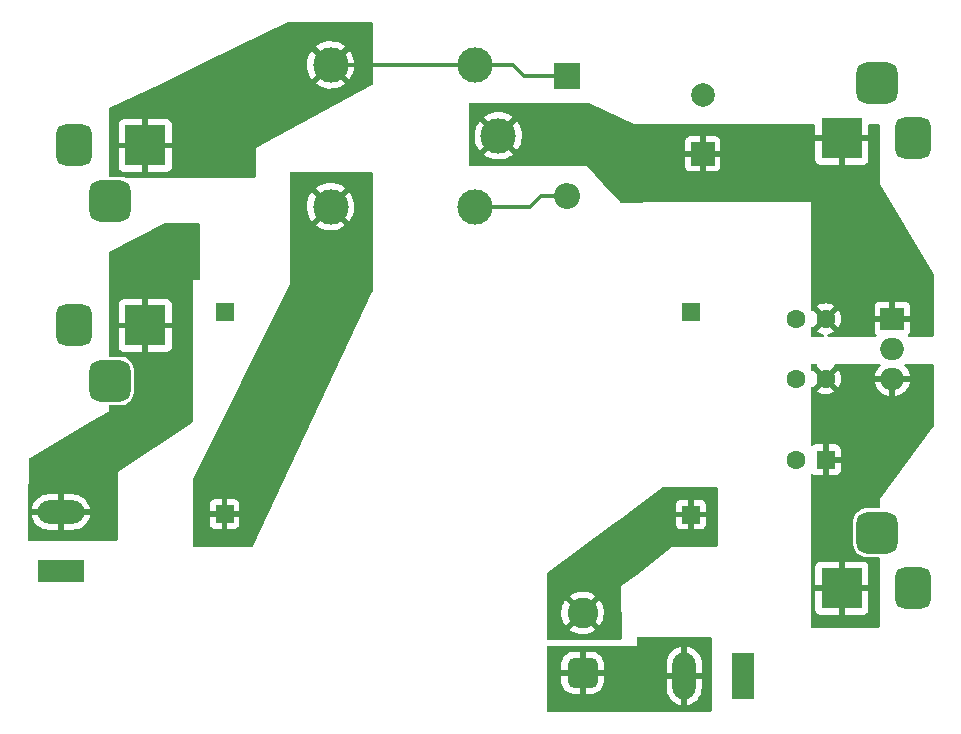
<source format=gtl>
%TF.GenerationSoftware,KiCad,Pcbnew,6.0.11-2627ca5db0~126~ubuntu20.04.1*%
%TF.CreationDate,2023-02-25T22:09:04+05:30*%
%TF.ProjectId,UPS_for_router,5550535f-666f-4725-9f72-6f757465722e,1*%
%TF.SameCoordinates,Original*%
%TF.FileFunction,Copper,L1,Top*%
%TF.FilePolarity,Positive*%
%FSLAX46Y46*%
G04 Gerber Fmt 4.6, Leading zero omitted, Abs format (unit mm)*
G04 Created by KiCad (PCBNEW 6.0.11-2627ca5db0~126~ubuntu20.04.1) date 2023-02-25 22:09:04*
%MOMM*%
%LPD*%
G01*
G04 APERTURE LIST*
G04 Aperture macros list*
%AMRoundRect*
0 Rectangle with rounded corners*
0 $1 Rounding radius*
0 $2 $3 $4 $5 $6 $7 $8 $9 X,Y pos of 4 corners*
0 Add a 4 corners polygon primitive as box body*
4,1,4,$2,$3,$4,$5,$6,$7,$8,$9,$2,$3,0*
0 Add four circle primitives for the rounded corners*
1,1,$1+$1,$2,$3*
1,1,$1+$1,$4,$5*
1,1,$1+$1,$6,$7*
1,1,$1+$1,$8,$9*
0 Add four rect primitives between the rounded corners*
20,1,$1+$1,$2,$3,$4,$5,0*
20,1,$1+$1,$4,$5,$6,$7,0*
20,1,$1+$1,$6,$7,$8,$9,0*
20,1,$1+$1,$8,$9,$2,$3,0*%
G04 Aperture macros list end*
%TA.AperFunction,ComponentPad*%
%ADD10R,3.500000X3.500000*%
%TD*%
%TA.AperFunction,ComponentPad*%
%ADD11RoundRect,0.750000X-0.750000X-1.000000X0.750000X-1.000000X0.750000X1.000000X-0.750000X1.000000X0*%
%TD*%
%TA.AperFunction,ComponentPad*%
%ADD12RoundRect,0.875000X-0.875000X-0.875000X0.875000X-0.875000X0.875000X0.875000X-0.875000X0.875000X0*%
%TD*%
%TA.AperFunction,ComponentPad*%
%ADD13R,2.200000X2.200000*%
%TD*%
%TA.AperFunction,ComponentPad*%
%ADD14O,2.200000X2.200000*%
%TD*%
%TA.AperFunction,ComponentPad*%
%ADD15RoundRect,0.750000X0.750000X1.000000X-0.750000X1.000000X-0.750000X-1.000000X0.750000X-1.000000X0*%
%TD*%
%TA.AperFunction,ComponentPad*%
%ADD16RoundRect,0.875000X0.875000X0.875000X-0.875000X0.875000X-0.875000X-0.875000X0.875000X-0.875000X0*%
%TD*%
%TA.AperFunction,ComponentPad*%
%ADD17R,1.600000X1.600000*%
%TD*%
%TA.AperFunction,ComponentPad*%
%ADD18C,1.600000*%
%TD*%
%TA.AperFunction,ComponentPad*%
%ADD19R,1.980000X3.960000*%
%TD*%
%TA.AperFunction,ComponentPad*%
%ADD20O,1.980000X3.960000*%
%TD*%
%TA.AperFunction,ComponentPad*%
%ADD21R,1.524000X1.524000*%
%TD*%
%TA.AperFunction,ComponentPad*%
%ADD22R,2.000000X2.000000*%
%TD*%
%TA.AperFunction,ComponentPad*%
%ADD23C,2.000000*%
%TD*%
%TA.AperFunction,ComponentPad*%
%ADD24R,3.960000X1.980000*%
%TD*%
%TA.AperFunction,ComponentPad*%
%ADD25O,3.960000X1.980000*%
%TD*%
%TA.AperFunction,ComponentPad*%
%ADD26RoundRect,0.650000X0.650000X-0.650000X0.650000X0.650000X-0.650000X0.650000X-0.650000X-0.650000X0*%
%TD*%
%TA.AperFunction,ComponentPad*%
%ADD27C,2.600000*%
%TD*%
%TA.AperFunction,ComponentPad*%
%ADD28C,3.000000*%
%TD*%
%TA.AperFunction,ComponentPad*%
%ADD29R,2.000000X1.905000*%
%TD*%
%TA.AperFunction,ComponentPad*%
%ADD30O,2.000000X1.905000*%
%TD*%
%TA.AperFunction,ViaPad*%
%ADD31C,0.800000*%
%TD*%
%TA.AperFunction,Conductor*%
%ADD32C,0.300000*%
%TD*%
%TA.AperFunction,Conductor*%
%ADD33C,0.800000*%
%TD*%
G04 APERTURE END LIST*
D10*
X109025000Y-90482500D03*
D11*
X103025000Y-90482500D03*
D12*
X106025000Y-95182500D03*
D13*
X144700000Y-69342000D03*
D14*
X144700000Y-79502000D03*
D10*
X167990000Y-112717500D03*
D15*
X173990000Y-112717500D03*
D16*
X170990000Y-108017500D03*
D17*
X166624000Y-101854000D03*
D18*
X164124000Y-101854000D03*
D12*
X106025000Y-79942500D03*
D11*
X103025000Y-75242500D03*
D10*
X109025000Y-75242500D03*
D19*
X159645000Y-120140000D03*
D20*
X154645000Y-120140000D03*
D18*
X166624000Y-94996000D03*
X164124000Y-94996000D03*
D21*
X115733700Y-106462700D03*
X115733700Y-89317700D03*
X155205300Y-89317700D03*
X155205300Y-106488100D03*
D22*
X156210000Y-75934447D03*
D23*
X156210000Y-70934447D03*
D24*
X101870000Y-111280000D03*
D25*
X101870000Y-106280000D03*
D26*
X146050000Y-119888000D03*
D27*
X146050000Y-114808000D03*
D10*
X167990000Y-74617500D03*
D15*
X173990000Y-74617500D03*
D16*
X170990000Y-69917500D03*
D18*
X166624000Y-89916000D03*
X164124000Y-89916000D03*
D28*
X138910000Y-74422000D03*
X124710000Y-80422000D03*
X124710000Y-68422000D03*
X136910000Y-68422000D03*
X136910000Y-80422000D03*
D29*
X172283000Y-89916000D03*
D30*
X172283000Y-92456000D03*
X172283000Y-94996000D03*
D31*
X115443000Y-77343000D03*
X112903000Y-83058000D03*
D32*
X136910000Y-68422000D02*
X124710000Y-68422000D01*
X140177000Y-68422000D02*
X141097000Y-69342000D01*
X136910000Y-68422000D02*
X140177000Y-68422000D01*
X141097000Y-69342000D02*
X144700000Y-69342000D01*
X142494000Y-79502000D02*
X144700000Y-79502000D01*
X136910000Y-80422000D02*
X141574000Y-80422000D01*
X141574000Y-80422000D02*
X142494000Y-79502000D01*
D33*
X146050000Y-119888000D02*
X146302000Y-120140000D01*
%TA.AperFunction,Conductor*%
G36*
X113608039Y-81807685D02*
G01*
X113653794Y-81860489D01*
X113665000Y-81912000D01*
X113665000Y-86490000D01*
X113645315Y-86557039D01*
X113592511Y-86602794D01*
X113541000Y-86614000D01*
X113030000Y-86614000D01*
X113030000Y-98612267D01*
X113010315Y-98679306D01*
X112974304Y-98715759D01*
X106694880Y-102860179D01*
X106680000Y-102870000D01*
X106680000Y-108588000D01*
X106660315Y-108655039D01*
X106607511Y-108700794D01*
X106556000Y-108712000D01*
X99186276Y-108712000D01*
X99119237Y-108692315D01*
X99073482Y-108639511D01*
X99062296Y-108585746D01*
X99099347Y-106547906D01*
X99413571Y-106547906D01*
X99424827Y-106621462D01*
X99427175Y-106631320D01*
X99500136Y-106854542D01*
X99504066Y-106863891D01*
X99612500Y-107072192D01*
X99617907Y-107080777D01*
X99758906Y-107268571D01*
X99765643Y-107276159D01*
X99935423Y-107438403D01*
X99943300Y-107444782D01*
X100137295Y-107577117D01*
X100146123Y-107582132D01*
X100359128Y-107681005D01*
X100368646Y-107684507D01*
X100594945Y-107747266D01*
X100604900Y-107749165D01*
X100796583Y-107769650D01*
X100803150Y-107770000D01*
X101602170Y-107770000D01*
X101617169Y-107765596D01*
X101618356Y-107764226D01*
X101620000Y-107756668D01*
X101620000Y-107752170D01*
X102120000Y-107752170D01*
X102124404Y-107767169D01*
X102125774Y-107768356D01*
X102133332Y-107770000D01*
X102919567Y-107770000D01*
X102924661Y-107769791D01*
X103099115Y-107755448D01*
X103109129Y-107753790D01*
X103336885Y-107696582D01*
X103346491Y-107693312D01*
X103561849Y-107599671D01*
X103570782Y-107594882D01*
X103767959Y-107467322D01*
X103776000Y-107461129D01*
X103949681Y-107303093D01*
X103956612Y-107295659D01*
X104102151Y-107111375D01*
X104107763Y-107102929D01*
X104221258Y-106897333D01*
X104225415Y-106888083D01*
X104303807Y-106666710D01*
X104306396Y-106656911D01*
X104325876Y-106547553D01*
X104324440Y-106534469D01*
X104310113Y-106530000D01*
X102137830Y-106530000D01*
X102122831Y-106534404D01*
X102121644Y-106535774D01*
X102120000Y-106543332D01*
X102120000Y-107752170D01*
X101620000Y-107752170D01*
X101620000Y-106547830D01*
X101615596Y-106532831D01*
X101614226Y-106531644D01*
X101606668Y-106530000D01*
X99428661Y-106530000D01*
X99415526Y-106533857D01*
X99413571Y-106547906D01*
X99099347Y-106547906D01*
X99109083Y-106012447D01*
X99414124Y-106012447D01*
X99415560Y-106025531D01*
X99429887Y-106030000D01*
X101602170Y-106030000D01*
X101617169Y-106025596D01*
X101618356Y-106024226D01*
X101620000Y-106016668D01*
X101620000Y-106012170D01*
X102120000Y-106012170D01*
X102124404Y-106027169D01*
X102125774Y-106028356D01*
X102133332Y-106030000D01*
X104311339Y-106030000D01*
X104324474Y-106026143D01*
X104326429Y-106012094D01*
X104315173Y-105938538D01*
X104312825Y-105928680D01*
X104239864Y-105705458D01*
X104235934Y-105696109D01*
X104127500Y-105487808D01*
X104122093Y-105479223D01*
X103981094Y-105291429D01*
X103974357Y-105283841D01*
X103804577Y-105121597D01*
X103796700Y-105115218D01*
X103602705Y-104982883D01*
X103593877Y-104977868D01*
X103380872Y-104878995D01*
X103371354Y-104875493D01*
X103145055Y-104812734D01*
X103135100Y-104810835D01*
X102943417Y-104790350D01*
X102936850Y-104790000D01*
X102137830Y-104790000D01*
X102122831Y-104794404D01*
X102121644Y-104795774D01*
X102120000Y-104803332D01*
X102120000Y-106012170D01*
X101620000Y-106012170D01*
X101620000Y-104807830D01*
X101615596Y-104792831D01*
X101614226Y-104791644D01*
X101606668Y-104790000D01*
X100820433Y-104790000D01*
X100815339Y-104790209D01*
X100640885Y-104804552D01*
X100630871Y-104806210D01*
X100403115Y-104863418D01*
X100393509Y-104866688D01*
X100178151Y-104960329D01*
X100169218Y-104965118D01*
X99972041Y-105092678D01*
X99964000Y-105098871D01*
X99790319Y-105256907D01*
X99783388Y-105264341D01*
X99637849Y-105448625D01*
X99632237Y-105457071D01*
X99518742Y-105662667D01*
X99514585Y-105671917D01*
X99436193Y-105893290D01*
X99433604Y-105903089D01*
X99414124Y-106012447D01*
X99109083Y-106012447D01*
X99185734Y-101796623D01*
X99206634Y-101729952D01*
X99247107Y-101691843D01*
X104512189Y-98612267D01*
X105902610Y-97799002D01*
X105902611Y-97799001D01*
X105918000Y-97790000D01*
X105918000Y-97357000D01*
X105937685Y-97289961D01*
X105990489Y-97244206D01*
X106042000Y-97233000D01*
X106965812Y-97232999D01*
X106970252Y-97232999D01*
X107070418Y-97225671D01*
X107280446Y-97175054D01*
X107477734Y-97087009D01*
X107655673Y-96964486D01*
X107808304Y-96811588D01*
X107930516Y-96633436D01*
X108018216Y-96435995D01*
X108068466Y-96225879D01*
X108075500Y-96127753D01*
X108075499Y-94237248D01*
X108068171Y-94137082D01*
X108017554Y-93927054D01*
X107929509Y-93729766D01*
X107806986Y-93551827D01*
X107654088Y-93399196D01*
X107475936Y-93276984D01*
X107278495Y-93189284D01*
X107272966Y-93187962D01*
X107272964Y-93187961D01*
X107073301Y-93140211D01*
X107073300Y-93140211D01*
X107068379Y-93139034D01*
X107063340Y-93138673D01*
X107063335Y-93138672D01*
X106972464Y-93132158D01*
X106972450Y-93132158D01*
X106970253Y-93132000D01*
X106041998Y-93132000D01*
X105974961Y-93112317D01*
X105929206Y-93059513D01*
X105918000Y-93008001D01*
X105918000Y-92276472D01*
X106775000Y-92276472D01*
X106775363Y-92283169D01*
X106780803Y-92333244D01*
X106784371Y-92348253D01*
X106828817Y-92466811D01*
X106837212Y-92482146D01*
X106912516Y-92582624D01*
X106924876Y-92594984D01*
X107025354Y-92670288D01*
X107040689Y-92678683D01*
X107159247Y-92723129D01*
X107174256Y-92726697D01*
X107224331Y-92732137D01*
X107231028Y-92732500D01*
X108757170Y-92732500D01*
X108772169Y-92728096D01*
X108773356Y-92726726D01*
X108775000Y-92719168D01*
X108775000Y-92714670D01*
X109275000Y-92714670D01*
X109279404Y-92729669D01*
X109280774Y-92730856D01*
X109288332Y-92732500D01*
X110818972Y-92732500D01*
X110825669Y-92732137D01*
X110875744Y-92726697D01*
X110890753Y-92723129D01*
X111009311Y-92678683D01*
X111024646Y-92670288D01*
X111125124Y-92594984D01*
X111137484Y-92582624D01*
X111212788Y-92482146D01*
X111221183Y-92466811D01*
X111265629Y-92348253D01*
X111269197Y-92333244D01*
X111274637Y-92283169D01*
X111275000Y-92276472D01*
X111275000Y-90750330D01*
X111270596Y-90735331D01*
X111269226Y-90734144D01*
X111261668Y-90732500D01*
X109292830Y-90732500D01*
X109277831Y-90736904D01*
X109276644Y-90738274D01*
X109275000Y-90745832D01*
X109275000Y-92714670D01*
X108775000Y-92714670D01*
X108775000Y-90750330D01*
X108770596Y-90735331D01*
X108769226Y-90734144D01*
X108761668Y-90732500D01*
X106792830Y-90732500D01*
X106777831Y-90736904D01*
X106776644Y-90738274D01*
X106775000Y-90745832D01*
X106775000Y-92276472D01*
X105918000Y-92276472D01*
X105918000Y-90214670D01*
X106775000Y-90214670D01*
X106779404Y-90229669D01*
X106780774Y-90230856D01*
X106788332Y-90232500D01*
X108757170Y-90232500D01*
X108772169Y-90228096D01*
X108773356Y-90226726D01*
X108775000Y-90219168D01*
X108775000Y-90214670D01*
X109275000Y-90214670D01*
X109279404Y-90229669D01*
X109280774Y-90230856D01*
X109288332Y-90232500D01*
X111257170Y-90232500D01*
X111272169Y-90228096D01*
X111273356Y-90226726D01*
X111275000Y-90219168D01*
X111275000Y-88688528D01*
X111274637Y-88681831D01*
X111269197Y-88631756D01*
X111265629Y-88616747D01*
X111221183Y-88498189D01*
X111212788Y-88482854D01*
X111137484Y-88382376D01*
X111125124Y-88370016D01*
X111024646Y-88294712D01*
X111009311Y-88286317D01*
X110890753Y-88241871D01*
X110875744Y-88238303D01*
X110825669Y-88232863D01*
X110818972Y-88232500D01*
X109292830Y-88232500D01*
X109277831Y-88236904D01*
X109276644Y-88238274D01*
X109275000Y-88245832D01*
X109275000Y-90214670D01*
X108775000Y-90214670D01*
X108775000Y-88250330D01*
X108770596Y-88235331D01*
X108769226Y-88234144D01*
X108761668Y-88232500D01*
X107231028Y-88232500D01*
X107224331Y-88232863D01*
X107174256Y-88238303D01*
X107159247Y-88241871D01*
X107040689Y-88286317D01*
X107025354Y-88294712D01*
X106924876Y-88370016D01*
X106912516Y-88382376D01*
X106837212Y-88482854D01*
X106828817Y-88498189D01*
X106784371Y-88616747D01*
X106780803Y-88631756D01*
X106775363Y-88681831D01*
X106775000Y-88688528D01*
X106775000Y-90214670D01*
X105918000Y-90214670D01*
X105918000Y-84402863D01*
X105937685Y-84335824D01*
X105984247Y-84293133D01*
X110706599Y-81807685D01*
X110716887Y-81802270D01*
X110774640Y-81788000D01*
X113541000Y-81788000D01*
X113608039Y-81807685D01*
G37*
%TD.AperFunction*%
%TA.AperFunction,Conductor*%
G36*
X157423039Y-104159685D02*
G01*
X157468794Y-104212489D01*
X157480000Y-104264000D01*
X157480000Y-109096855D01*
X157460315Y-109163894D01*
X157407511Y-109209649D01*
X157356859Y-109220852D01*
X153659041Y-109246431D01*
X153647733Y-109255082D01*
X150623998Y-111568318D01*
X149341045Y-112549810D01*
X149341071Y-112560652D01*
X149351598Y-116971056D01*
X149332073Y-117038142D01*
X149279379Y-117084023D01*
X149227571Y-117095352D01*
X149137600Y-117095332D01*
X143125866Y-117094027D01*
X143058831Y-117074328D01*
X143013087Y-117021514D01*
X143001893Y-116970025D01*
X143001901Y-116601625D01*
X143001908Y-116244798D01*
X144972201Y-116244798D01*
X144980777Y-116256137D01*
X145089753Y-116336041D01*
X145097553Y-116340914D01*
X145326159Y-116461191D01*
X145334587Y-116464856D01*
X145578472Y-116550024D01*
X145587342Y-116552401D01*
X145841148Y-116600587D01*
X145850259Y-116601625D01*
X146108387Y-116611766D01*
X146117576Y-116611445D01*
X146374373Y-116583322D01*
X146383387Y-116581651D01*
X146633221Y-116515875D01*
X146641893Y-116512889D01*
X146879252Y-116410912D01*
X146887388Y-116406677D01*
X147107069Y-116270734D01*
X147114491Y-116265342D01*
X147122166Y-116258845D01*
X147130470Y-116246245D01*
X147124503Y-116236056D01*
X146062607Y-115174160D01*
X146048887Y-115166668D01*
X146047081Y-115166797D01*
X146040574Y-115170979D01*
X144978752Y-116232801D01*
X144972201Y-116244798D01*
X143001908Y-116244798D01*
X143001937Y-114765353D01*
X144245793Y-114765353D01*
X144258187Y-115023375D01*
X144259308Y-115032503D01*
X144309705Y-115285868D01*
X144312154Y-115294702D01*
X144399454Y-115537851D01*
X144403187Y-115546233D01*
X144525461Y-115773798D01*
X144530393Y-115781539D01*
X144602026Y-115877467D01*
X144613106Y-115885783D01*
X144625329Y-115879118D01*
X145683840Y-114820607D01*
X145690116Y-114809113D01*
X146408668Y-114809113D01*
X146408797Y-114810919D01*
X146412979Y-114817426D01*
X147478165Y-115882612D01*
X147491711Y-115890009D01*
X147496432Y-115886753D01*
X147633816Y-115673165D01*
X147638196Y-115665099D01*
X147744298Y-115429560D01*
X147747440Y-115420926D01*
X147817559Y-115172304D01*
X147819391Y-115163301D01*
X147852182Y-114905545D01*
X147852654Y-114899360D01*
X147854966Y-114811110D01*
X147854817Y-114804902D01*
X147835561Y-114545781D01*
X147834205Y-114536710D01*
X147777193Y-114284752D01*
X147774505Y-114275961D01*
X147680876Y-114035193D01*
X147676929Y-114026917D01*
X147548732Y-113802620D01*
X147543606Y-113795021D01*
X147498626Y-113737964D01*
X147486891Y-113729629D01*
X147475542Y-113736011D01*
X146416160Y-114795393D01*
X146408668Y-114809113D01*
X145690116Y-114809113D01*
X145691332Y-114806887D01*
X145691203Y-114805081D01*
X145687021Y-114798574D01*
X144623861Y-113735414D01*
X144610766Y-113728264D01*
X144600886Y-113735272D01*
X144583421Y-113756272D01*
X144578100Y-113763731D01*
X144444080Y-113984590D01*
X144439910Y-113992772D01*
X144340008Y-114231013D01*
X144337101Y-114239701D01*
X144273509Y-114490097D01*
X144271915Y-114499138D01*
X144246034Y-114756163D01*
X144245793Y-114765353D01*
X143001937Y-114765353D01*
X143001964Y-113368695D01*
X144969369Y-113368695D01*
X144973870Y-113378317D01*
X146037393Y-114441840D01*
X146051113Y-114449332D01*
X146052919Y-114449203D01*
X146059426Y-114445021D01*
X147122145Y-113382302D01*
X147128426Y-113370800D01*
X147119163Y-113358880D01*
X146969919Y-113255347D01*
X146961999Y-113250681D01*
X146730312Y-113136426D01*
X146721798Y-113132986D01*
X146475762Y-113054230D01*
X146466842Y-113052088D01*
X146211863Y-113010562D01*
X146202712Y-113009762D01*
X145944414Y-113006380D01*
X145935238Y-113006942D01*
X145679265Y-113041778D01*
X145670297Y-113043684D01*
X145422272Y-113115977D01*
X145413687Y-113119186D01*
X145179076Y-113227343D01*
X145171041Y-113231797D01*
X144978362Y-113358123D01*
X144969369Y-113368695D01*
X143001964Y-113368695D01*
X143001971Y-113006380D01*
X143001999Y-111568318D01*
X143021685Y-111501278D01*
X143052008Y-111468815D01*
X148666317Y-107294072D01*
X153943300Y-107294072D01*
X153943663Y-107300769D01*
X153949103Y-107350844D01*
X153952671Y-107365853D01*
X153997117Y-107484411D01*
X154005512Y-107499746D01*
X154080816Y-107600224D01*
X154093176Y-107612584D01*
X154193654Y-107687888D01*
X154208989Y-107696283D01*
X154327547Y-107740729D01*
X154342556Y-107744297D01*
X154392631Y-107749737D01*
X154399328Y-107750100D01*
X154937470Y-107750100D01*
X154952469Y-107745696D01*
X154953656Y-107744326D01*
X154955300Y-107736768D01*
X154955300Y-107732270D01*
X155455300Y-107732270D01*
X155459704Y-107747269D01*
X155461074Y-107748456D01*
X155468632Y-107750100D01*
X156011272Y-107750100D01*
X156017969Y-107749737D01*
X156068044Y-107744297D01*
X156083053Y-107740729D01*
X156201611Y-107696283D01*
X156216946Y-107687888D01*
X156317424Y-107612584D01*
X156329784Y-107600224D01*
X156405088Y-107499746D01*
X156413483Y-107484411D01*
X156457929Y-107365853D01*
X156461497Y-107350844D01*
X156466937Y-107300769D01*
X156467300Y-107294072D01*
X156467300Y-106755930D01*
X156462896Y-106740931D01*
X156461526Y-106739744D01*
X156453968Y-106738100D01*
X155473130Y-106738100D01*
X155458131Y-106742504D01*
X155456944Y-106743874D01*
X155455300Y-106751432D01*
X155455300Y-107732270D01*
X154955300Y-107732270D01*
X154955300Y-106755930D01*
X154950896Y-106740931D01*
X154949526Y-106739744D01*
X154941968Y-106738100D01*
X153961130Y-106738100D01*
X153946131Y-106742504D01*
X153944944Y-106743874D01*
X153943300Y-106751432D01*
X153943300Y-107294072D01*
X148666317Y-107294072D01*
X149410196Y-106740931D01*
X150110395Y-106220270D01*
X153943300Y-106220270D01*
X153947704Y-106235269D01*
X153949074Y-106236456D01*
X153956632Y-106238100D01*
X154937470Y-106238100D01*
X154952469Y-106233696D01*
X154953656Y-106232326D01*
X154955300Y-106224768D01*
X154955300Y-106220270D01*
X155455300Y-106220270D01*
X155459704Y-106235269D01*
X155461074Y-106236456D01*
X155468632Y-106238100D01*
X156449470Y-106238100D01*
X156464469Y-106233696D01*
X156465656Y-106232326D01*
X156467300Y-106224768D01*
X156467300Y-105682128D01*
X156466937Y-105675431D01*
X156461497Y-105625356D01*
X156457929Y-105610347D01*
X156413483Y-105491789D01*
X156405088Y-105476454D01*
X156329784Y-105375976D01*
X156317424Y-105363616D01*
X156216946Y-105288312D01*
X156201611Y-105279917D01*
X156083053Y-105235471D01*
X156068044Y-105231903D01*
X156017969Y-105226463D01*
X156011272Y-105226100D01*
X155473130Y-105226100D01*
X155458131Y-105230504D01*
X155456944Y-105231874D01*
X155455300Y-105239432D01*
X155455300Y-106220270D01*
X154955300Y-106220270D01*
X154955300Y-105243930D01*
X154950896Y-105228931D01*
X154949526Y-105227744D01*
X154941968Y-105226100D01*
X154399328Y-105226100D01*
X154392631Y-105226463D01*
X154342556Y-105231903D01*
X154327547Y-105235471D01*
X154208989Y-105279917D01*
X154193654Y-105288312D01*
X154093176Y-105363616D01*
X154080816Y-105375976D01*
X154005512Y-105476454D01*
X153997117Y-105491789D01*
X153952671Y-105610347D01*
X153949103Y-105625356D01*
X153943663Y-105675431D01*
X153943300Y-105682128D01*
X153943300Y-106220270D01*
X150110395Y-106220270D01*
X152875059Y-104164495D01*
X152940600Y-104140288D01*
X152949049Y-104140000D01*
X157356000Y-104140000D01*
X157423039Y-104159685D01*
G37*
%TD.AperFunction*%
%TA.AperFunction,Conductor*%
G36*
X128213039Y-77489685D02*
G01*
X128258794Y-77542489D01*
X128270000Y-77594000D01*
X128270000Y-87602280D01*
X128258198Y-87655079D01*
X118143506Y-109148799D01*
X118097149Y-109201076D01*
X118031308Y-109220000D01*
X113154000Y-109220000D01*
X113086961Y-109200315D01*
X113041206Y-109147511D01*
X113030000Y-109096000D01*
X113030000Y-107268672D01*
X114471700Y-107268672D01*
X114472063Y-107275369D01*
X114477503Y-107325444D01*
X114481071Y-107340453D01*
X114525517Y-107459011D01*
X114533912Y-107474346D01*
X114609216Y-107574824D01*
X114621576Y-107587184D01*
X114722054Y-107662488D01*
X114737389Y-107670883D01*
X114855947Y-107715329D01*
X114870956Y-107718897D01*
X114921031Y-107724337D01*
X114927728Y-107724700D01*
X115465870Y-107724700D01*
X115480869Y-107720296D01*
X115482056Y-107718926D01*
X115483700Y-107711368D01*
X115483700Y-107706870D01*
X115983700Y-107706870D01*
X115988104Y-107721869D01*
X115989474Y-107723056D01*
X115997032Y-107724700D01*
X116539672Y-107724700D01*
X116546369Y-107724337D01*
X116596444Y-107718897D01*
X116611453Y-107715329D01*
X116730011Y-107670883D01*
X116745346Y-107662488D01*
X116845824Y-107587184D01*
X116858184Y-107574824D01*
X116933488Y-107474346D01*
X116941883Y-107459011D01*
X116986329Y-107340453D01*
X116989897Y-107325444D01*
X116995337Y-107275369D01*
X116995700Y-107268672D01*
X116995700Y-106730530D01*
X116991296Y-106715531D01*
X116989926Y-106714344D01*
X116982368Y-106712700D01*
X116001530Y-106712700D01*
X115986531Y-106717104D01*
X115985344Y-106718474D01*
X115983700Y-106726032D01*
X115983700Y-107706870D01*
X115483700Y-107706870D01*
X115483700Y-106730530D01*
X115479296Y-106715531D01*
X115477926Y-106714344D01*
X115470368Y-106712700D01*
X114489530Y-106712700D01*
X114474531Y-106717104D01*
X114473344Y-106718474D01*
X114471700Y-106726032D01*
X114471700Y-107268672D01*
X113030000Y-107268672D01*
X113030000Y-106194870D01*
X114471700Y-106194870D01*
X114476104Y-106209869D01*
X114477474Y-106211056D01*
X114485032Y-106212700D01*
X115465870Y-106212700D01*
X115480869Y-106208296D01*
X115482056Y-106206926D01*
X115483700Y-106199368D01*
X115483700Y-106194870D01*
X115983700Y-106194870D01*
X115988104Y-106209869D01*
X115989474Y-106211056D01*
X115997032Y-106212700D01*
X116977870Y-106212700D01*
X116992869Y-106208296D01*
X116994056Y-106206926D01*
X116995700Y-106199368D01*
X116995700Y-105656728D01*
X116995337Y-105650031D01*
X116989897Y-105599956D01*
X116986329Y-105584947D01*
X116941883Y-105466389D01*
X116933488Y-105451054D01*
X116858184Y-105350576D01*
X116845824Y-105338216D01*
X116745346Y-105262912D01*
X116730011Y-105254517D01*
X116611453Y-105210071D01*
X116596444Y-105206503D01*
X116546369Y-105201063D01*
X116539672Y-105200700D01*
X116001530Y-105200700D01*
X115986531Y-105205104D01*
X115985344Y-105206474D01*
X115983700Y-105214032D01*
X115983700Y-106194870D01*
X115483700Y-106194870D01*
X115483700Y-105218530D01*
X115479296Y-105203531D01*
X115477926Y-105202344D01*
X115470368Y-105200700D01*
X114927728Y-105200700D01*
X114921031Y-105201063D01*
X114870956Y-105206503D01*
X114855947Y-105210071D01*
X114737389Y-105254517D01*
X114722054Y-105262912D01*
X114621576Y-105338216D01*
X114609216Y-105350576D01*
X114533912Y-105451054D01*
X114525517Y-105466389D01*
X114481071Y-105584947D01*
X114477503Y-105599956D01*
X114472063Y-105650031D01*
X114471700Y-105656728D01*
X114471700Y-106194870D01*
X113030000Y-106194870D01*
X113030000Y-103534272D01*
X113043091Y-103478818D01*
X121278543Y-87007915D01*
X121278543Y-87007913D01*
X121285000Y-86995000D01*
X121285000Y-82002660D01*
X123488756Y-82002660D01*
X123496028Y-82012798D01*
X123553643Y-82059704D01*
X123560818Y-82064746D01*
X123795939Y-82206301D01*
X123803740Y-82210276D01*
X124056471Y-82317294D01*
X124064753Y-82320129D01*
X124330032Y-82390467D01*
X124338644Y-82392110D01*
X124611189Y-82424367D01*
X124619926Y-82424780D01*
X124894321Y-82418313D01*
X124903020Y-82417491D01*
X125173754Y-82372429D01*
X125182268Y-82370385D01*
X125443950Y-82287625D01*
X125452078Y-82284407D01*
X125699495Y-82165600D01*
X125707099Y-82161262D01*
X125929597Y-82012593D01*
X125934868Y-82004090D01*
X125929267Y-81994820D01*
X124722607Y-80788160D01*
X124708887Y-80780668D01*
X124707081Y-80780797D01*
X124700574Y-80784979D01*
X123495807Y-81989747D01*
X123488756Y-82002660D01*
X121285000Y-82002660D01*
X121285000Y-80363406D01*
X122706052Y-80363406D01*
X122716828Y-80637646D01*
X122717788Y-80646343D01*
X122767097Y-80916335D01*
X122769274Y-80924812D01*
X122856132Y-81185160D01*
X122859480Y-81193242D01*
X122982155Y-81438756D01*
X122986616Y-81446299D01*
X123117692Y-81635949D01*
X123127850Y-81644171D01*
X123141286Y-81637161D01*
X124343840Y-80434607D01*
X124350116Y-80423113D01*
X125068668Y-80423113D01*
X125068797Y-80424919D01*
X125072979Y-80431426D01*
X126278439Y-81636885D01*
X126291625Y-81644085D01*
X126301371Y-81637209D01*
X126329344Y-81603931D01*
X126334491Y-81596847D01*
X126479724Y-81363973D01*
X126483819Y-81356239D01*
X126594793Y-81105221D01*
X126597760Y-81096980D01*
X126672255Y-80832842D01*
X126674033Y-80824254D01*
X126710730Y-80551042D01*
X126711251Y-80544741D01*
X126715010Y-80425163D01*
X126714885Y-80418838D01*
X126695415Y-80143860D01*
X126694180Y-80135182D01*
X126636417Y-79866880D01*
X126633978Y-79858483D01*
X126538979Y-79600978D01*
X126535382Y-79593012D01*
X126405053Y-79351470D01*
X126400365Y-79344082D01*
X126300972Y-79209514D01*
X126290024Y-79201208D01*
X126277630Y-79207924D01*
X125076160Y-80409393D01*
X125068668Y-80423113D01*
X124350116Y-80423113D01*
X124351332Y-80420887D01*
X124351203Y-80419081D01*
X124347021Y-80412574D01*
X123142596Y-79208150D01*
X123129961Y-79201251D01*
X123119442Y-79208922D01*
X123054325Y-79291522D01*
X123049414Y-79298747D01*
X122911556Y-79536089D01*
X122907712Y-79543935D01*
X122804675Y-79798320D01*
X122801970Y-79806645D01*
X122735805Y-80073008D01*
X122734301Y-80081626D01*
X122706327Y-80354651D01*
X122706052Y-80363406D01*
X121285000Y-80363406D01*
X121285000Y-78841091D01*
X123488692Y-78841091D01*
X123495561Y-78854007D01*
X124697393Y-80055840D01*
X124711113Y-80063332D01*
X124712919Y-80063203D01*
X124719426Y-80059021D01*
X125923858Y-78854588D01*
X125930602Y-78842237D01*
X125922526Y-78831343D01*
X125814331Y-78748771D01*
X125807033Y-78743977D01*
X125567554Y-78609863D01*
X125559644Y-78606141D01*
X125303682Y-78507117D01*
X125295300Y-78504538D01*
X125027942Y-78442568D01*
X125019305Y-78441199D01*
X124745861Y-78417516D01*
X124737119Y-78417379D01*
X124463075Y-78432461D01*
X124454383Y-78433559D01*
X124185213Y-78487100D01*
X124176762Y-78489412D01*
X123917815Y-78580348D01*
X123909783Y-78583824D01*
X123666223Y-78710343D01*
X123658769Y-78714911D01*
X123496962Y-78830539D01*
X123488692Y-78841091D01*
X121285000Y-78841091D01*
X121285000Y-77594000D01*
X121304685Y-77526961D01*
X121357489Y-77481206D01*
X121409000Y-77470000D01*
X128146000Y-77470000D01*
X128213039Y-77489685D01*
G37*
%TD.AperFunction*%
%TA.AperFunction,Conductor*%
G36*
X156915039Y-116859685D02*
G01*
X156960794Y-116912489D01*
X156972000Y-116964000D01*
X156972000Y-123066000D01*
X156952315Y-123133039D01*
X156899511Y-123178794D01*
X156848000Y-123190000D01*
X143126000Y-123190000D01*
X143058961Y-123170315D01*
X143013206Y-123117511D01*
X143002000Y-123066000D01*
X143002000Y-120604468D01*
X144250001Y-120604468D01*
X144250167Y-120608996D01*
X144256800Y-120699659D01*
X144258358Y-120709651D01*
X144305357Y-120904665D01*
X144309008Y-120915390D01*
X144390505Y-121098004D01*
X144396050Y-121107885D01*
X144509468Y-121272602D01*
X144516707Y-121281291D01*
X144658251Y-121422588D01*
X144666955Y-121429814D01*
X144831871Y-121542946D01*
X144841754Y-121548469D01*
X145024511Y-121629647D01*
X145035252Y-121633283D01*
X145230352Y-121679942D01*
X145240318Y-121681481D01*
X145329056Y-121687842D01*
X145333488Y-121688000D01*
X145782170Y-121688000D01*
X145797169Y-121683596D01*
X145798356Y-121682226D01*
X145800000Y-121674668D01*
X145800000Y-121670169D01*
X146300000Y-121670169D01*
X146304404Y-121685168D01*
X146305774Y-121686355D01*
X146313332Y-121687999D01*
X146766468Y-121687999D01*
X146770996Y-121687833D01*
X146861659Y-121681200D01*
X146871651Y-121679642D01*
X147066665Y-121632643D01*
X147077390Y-121628992D01*
X147260004Y-121547495D01*
X147269885Y-121541950D01*
X147434602Y-121428532D01*
X147443291Y-121421293D01*
X147584588Y-121279749D01*
X147591814Y-121271045D01*
X147647708Y-121189567D01*
X153155000Y-121189567D01*
X153155209Y-121194661D01*
X153169552Y-121369115D01*
X153171210Y-121379129D01*
X153228418Y-121606885D01*
X153231688Y-121616491D01*
X153325329Y-121831849D01*
X153330118Y-121840782D01*
X153457678Y-122037959D01*
X153463871Y-122046000D01*
X153621907Y-122219681D01*
X153629341Y-122226612D01*
X153813625Y-122372151D01*
X153822071Y-122377763D01*
X154027667Y-122491258D01*
X154036917Y-122495415D01*
X154258290Y-122573807D01*
X154268089Y-122576396D01*
X154377447Y-122595876D01*
X154390531Y-122594440D01*
X154394618Y-122581339D01*
X154895000Y-122581339D01*
X154898857Y-122594474D01*
X154912906Y-122596429D01*
X154986462Y-122585173D01*
X154996320Y-122582825D01*
X155219542Y-122509864D01*
X155228891Y-122505934D01*
X155437192Y-122397500D01*
X155445777Y-122392093D01*
X155633571Y-122251094D01*
X155641159Y-122244357D01*
X155803403Y-122074577D01*
X155809782Y-122066700D01*
X155942117Y-121872705D01*
X155947132Y-121863877D01*
X156046005Y-121650872D01*
X156049507Y-121641354D01*
X156112266Y-121415055D01*
X156114165Y-121405100D01*
X156134650Y-121213417D01*
X156135000Y-121206850D01*
X156135000Y-120407830D01*
X156130596Y-120392831D01*
X156129226Y-120391644D01*
X156121668Y-120390000D01*
X154912830Y-120390000D01*
X154897831Y-120394404D01*
X154896644Y-120395774D01*
X154895000Y-120403332D01*
X154895000Y-122581339D01*
X154394618Y-122581339D01*
X154395000Y-122580113D01*
X154395000Y-120407830D01*
X154390596Y-120392831D01*
X154389226Y-120391644D01*
X154381668Y-120390000D01*
X153172830Y-120390000D01*
X153157831Y-120394404D01*
X153156644Y-120395774D01*
X153155000Y-120403332D01*
X153155000Y-121189567D01*
X147647708Y-121189567D01*
X147704946Y-121106129D01*
X147710469Y-121096246D01*
X147791647Y-120913489D01*
X147795283Y-120902748D01*
X147841942Y-120707648D01*
X147843481Y-120697682D01*
X147849842Y-120608944D01*
X147850000Y-120604512D01*
X147850000Y-120155830D01*
X147845596Y-120140831D01*
X147844226Y-120139644D01*
X147836668Y-120138000D01*
X146317830Y-120138000D01*
X146302831Y-120142404D01*
X146301644Y-120143774D01*
X146300000Y-120151332D01*
X146300000Y-121670169D01*
X145800000Y-121670169D01*
X145800000Y-120155830D01*
X145795596Y-120140831D01*
X145794226Y-120139644D01*
X145786668Y-120138000D01*
X144267831Y-120138000D01*
X144252832Y-120142404D01*
X144251645Y-120143774D01*
X144250001Y-120151332D01*
X144250001Y-120604468D01*
X143002000Y-120604468D01*
X143002000Y-119872170D01*
X153155000Y-119872170D01*
X153159404Y-119887169D01*
X153160774Y-119888356D01*
X153168332Y-119890000D01*
X154377170Y-119890000D01*
X154392169Y-119885596D01*
X154393356Y-119884226D01*
X154395000Y-119876668D01*
X154395000Y-119872170D01*
X154895000Y-119872170D01*
X154899404Y-119887169D01*
X154900774Y-119888356D01*
X154908332Y-119890000D01*
X156117170Y-119890000D01*
X156132169Y-119885596D01*
X156133356Y-119884226D01*
X156135000Y-119876668D01*
X156135000Y-119090433D01*
X156134791Y-119085339D01*
X156120448Y-118910885D01*
X156118790Y-118900871D01*
X156061582Y-118673115D01*
X156058312Y-118663509D01*
X155964671Y-118448151D01*
X155959882Y-118439218D01*
X155832322Y-118242041D01*
X155826129Y-118234000D01*
X155668093Y-118060319D01*
X155660659Y-118053388D01*
X155476375Y-117907849D01*
X155467929Y-117902237D01*
X155262333Y-117788742D01*
X155253083Y-117784585D01*
X155031710Y-117706193D01*
X155021911Y-117703604D01*
X154912553Y-117684124D01*
X154899469Y-117685560D01*
X154895000Y-117699887D01*
X154895000Y-119872170D01*
X154395000Y-119872170D01*
X154395000Y-117698661D01*
X154391143Y-117685526D01*
X154377094Y-117683571D01*
X154303538Y-117694827D01*
X154293680Y-117697175D01*
X154070458Y-117770136D01*
X154061109Y-117774066D01*
X153852808Y-117882500D01*
X153844223Y-117887907D01*
X153656429Y-118028906D01*
X153648841Y-118035643D01*
X153486597Y-118205423D01*
X153480218Y-118213300D01*
X153347883Y-118407295D01*
X153342868Y-118416123D01*
X153243995Y-118629128D01*
X153240493Y-118638646D01*
X153177734Y-118864945D01*
X153175835Y-118874900D01*
X153155350Y-119066583D01*
X153155000Y-119073150D01*
X153155000Y-119872170D01*
X143002000Y-119872170D01*
X143002000Y-119620170D01*
X144250000Y-119620170D01*
X144254404Y-119635169D01*
X144255774Y-119636356D01*
X144263332Y-119638000D01*
X145782170Y-119638000D01*
X145797169Y-119633596D01*
X145798356Y-119632226D01*
X145800000Y-119624668D01*
X145800000Y-119620170D01*
X146300000Y-119620170D01*
X146304404Y-119635169D01*
X146305774Y-119636356D01*
X146313332Y-119638000D01*
X147832169Y-119638000D01*
X147847168Y-119633596D01*
X147848355Y-119632226D01*
X147849999Y-119624668D01*
X147849999Y-119171532D01*
X147849833Y-119167004D01*
X147843200Y-119076341D01*
X147841642Y-119066349D01*
X147794643Y-118871335D01*
X147790992Y-118860610D01*
X147709495Y-118677996D01*
X147703950Y-118668115D01*
X147590532Y-118503398D01*
X147583293Y-118494709D01*
X147441749Y-118353412D01*
X147433045Y-118346186D01*
X147268129Y-118233054D01*
X147258246Y-118227531D01*
X147075489Y-118146353D01*
X147064748Y-118142717D01*
X146869648Y-118096058D01*
X146859682Y-118094519D01*
X146770944Y-118088158D01*
X146766512Y-118088000D01*
X146317830Y-118088000D01*
X146302831Y-118092404D01*
X146301644Y-118093774D01*
X146300000Y-118101332D01*
X146300000Y-119620170D01*
X145800000Y-119620170D01*
X145800000Y-118105831D01*
X145795596Y-118090832D01*
X145794226Y-118089645D01*
X145786668Y-118088001D01*
X145333532Y-118088001D01*
X145329004Y-118088167D01*
X145238341Y-118094800D01*
X145228349Y-118096358D01*
X145033335Y-118143357D01*
X145022610Y-118147008D01*
X144839996Y-118228505D01*
X144830115Y-118234050D01*
X144665398Y-118347468D01*
X144656709Y-118354707D01*
X144515412Y-118496251D01*
X144508186Y-118504955D01*
X144395054Y-118669871D01*
X144389531Y-118679754D01*
X144308353Y-118862511D01*
X144304717Y-118873252D01*
X144258058Y-119068352D01*
X144256519Y-119078318D01*
X144250158Y-119167056D01*
X144250000Y-119171488D01*
X144250000Y-119620170D01*
X143002000Y-119620170D01*
X143002000Y-117726000D01*
X143021685Y-117658961D01*
X143074489Y-117613206D01*
X143126000Y-117602000D01*
X150622000Y-117602000D01*
X150622000Y-116964000D01*
X150641685Y-116896961D01*
X150694489Y-116851206D01*
X150746000Y-116840000D01*
X156848000Y-116840000D01*
X156915039Y-116859685D01*
G37*
%TD.AperFunction*%
%TA.AperFunction,Conductor*%
G36*
X165866786Y-93745685D02*
G01*
X165912541Y-93798489D01*
X165922485Y-93867647D01*
X165904346Y-93909546D01*
X165903786Y-93914958D01*
X165911846Y-93930292D01*
X166611393Y-94629840D01*
X166625113Y-94637332D01*
X166626918Y-94637203D01*
X166633427Y-94633020D01*
X167336865Y-93929581D01*
X167344357Y-93915861D01*
X167344130Y-93912686D01*
X167323837Y-93860807D01*
X167337604Y-93792307D01*
X167386219Y-93742124D01*
X167447365Y-93726000D01*
X171152371Y-93726000D01*
X171219410Y-93745685D01*
X171265165Y-93798489D01*
X171275109Y-93867647D01*
X171246084Y-93931203D01*
X171235824Y-93941714D01*
X171173339Y-93998571D01*
X171166408Y-94006003D01*
X171024695Y-94185445D01*
X171019073Y-94193905D01*
X170908569Y-94394082D01*
X170904405Y-94403347D01*
X170828076Y-94618893D01*
X170825482Y-94628712D01*
X170807717Y-94728446D01*
X170809153Y-94741531D01*
X170823481Y-94746000D01*
X173743900Y-94746000D01*
X173757035Y-94742143D01*
X173758990Y-94728094D01*
X173749068Y-94663260D01*
X173746720Y-94653401D01*
X173675675Y-94436040D01*
X173671745Y-94426691D01*
X173566158Y-94223860D01*
X173560752Y-94215275D01*
X173423456Y-94032413D01*
X173416715Y-94024821D01*
X173327587Y-93939648D01*
X173292719Y-93879100D01*
X173296121Y-93809313D01*
X173336713Y-93752444D01*
X173401606Y-93726548D01*
X173413256Y-93726000D01*
X175644000Y-93726000D01*
X175711039Y-93745685D01*
X175756794Y-93798489D01*
X175768000Y-93850000D01*
X175768000Y-99018667D01*
X175748315Y-99085706D01*
X175743203Y-99093062D01*
X171196000Y-105156000D01*
X171196000Y-105843000D01*
X171176315Y-105910039D01*
X171123511Y-105955794D01*
X171072000Y-105967000D01*
X170049695Y-105967001D01*
X170044748Y-105967001D01*
X169944582Y-105974329D01*
X169734554Y-106024946D01*
X169537266Y-106112991D01*
X169359327Y-106235514D01*
X169206696Y-106388412D01*
X169084484Y-106566564D01*
X168996784Y-106764005D01*
X168946534Y-106974121D01*
X168939500Y-107072247D01*
X168939501Y-108962752D01*
X168946829Y-109062918D01*
X168997446Y-109272946D01*
X169085491Y-109470234D01*
X169208014Y-109648173D01*
X169360912Y-109800804D01*
X169539064Y-109923016D01*
X169736505Y-110010716D01*
X169742034Y-110012038D01*
X169742036Y-110012039D01*
X169941699Y-110059789D01*
X169946621Y-110060966D01*
X169951660Y-110061327D01*
X169951665Y-110061328D01*
X170042536Y-110067842D01*
X170042550Y-110067842D01*
X170044747Y-110068000D01*
X170049598Y-110068000D01*
X171072002Y-110067999D01*
X171139039Y-110087683D01*
X171184794Y-110140487D01*
X171196000Y-110191999D01*
X171196000Y-115954000D01*
X171176315Y-116021039D01*
X171123511Y-116066794D01*
X171072000Y-116078000D01*
X165478000Y-116078000D01*
X165410961Y-116058315D01*
X165365206Y-116005511D01*
X165354000Y-115954000D01*
X165354000Y-114511472D01*
X165740000Y-114511472D01*
X165740363Y-114518169D01*
X165745803Y-114568244D01*
X165749371Y-114583253D01*
X165793817Y-114701811D01*
X165802212Y-114717146D01*
X165877516Y-114817624D01*
X165889876Y-114829984D01*
X165990354Y-114905288D01*
X166005689Y-114913683D01*
X166124247Y-114958129D01*
X166139256Y-114961697D01*
X166189331Y-114967137D01*
X166196028Y-114967500D01*
X167722170Y-114967500D01*
X167737169Y-114963096D01*
X167738356Y-114961726D01*
X167740000Y-114954168D01*
X167740000Y-114949670D01*
X168240000Y-114949670D01*
X168244404Y-114964669D01*
X168245774Y-114965856D01*
X168253332Y-114967500D01*
X169783972Y-114967500D01*
X169790669Y-114967137D01*
X169840744Y-114961697D01*
X169855753Y-114958129D01*
X169974311Y-114913683D01*
X169989646Y-114905288D01*
X170090124Y-114829984D01*
X170102484Y-114817624D01*
X170177788Y-114717146D01*
X170186183Y-114701811D01*
X170230629Y-114583253D01*
X170234197Y-114568244D01*
X170239637Y-114518169D01*
X170240000Y-114511472D01*
X170240000Y-112985330D01*
X170235596Y-112970331D01*
X170234226Y-112969144D01*
X170226668Y-112967500D01*
X168257830Y-112967500D01*
X168242831Y-112971904D01*
X168241644Y-112973274D01*
X168240000Y-112980832D01*
X168240000Y-114949670D01*
X167740000Y-114949670D01*
X167740000Y-112985330D01*
X167735596Y-112970331D01*
X167734226Y-112969144D01*
X167726668Y-112967500D01*
X165757830Y-112967500D01*
X165742831Y-112971904D01*
X165741644Y-112973274D01*
X165740000Y-112980832D01*
X165740000Y-114511472D01*
X165354000Y-114511472D01*
X165354000Y-112449670D01*
X165740000Y-112449670D01*
X165744404Y-112464669D01*
X165745774Y-112465856D01*
X165753332Y-112467500D01*
X167722170Y-112467500D01*
X167737169Y-112463096D01*
X167738356Y-112461726D01*
X167740000Y-112454168D01*
X167740000Y-112449670D01*
X168240000Y-112449670D01*
X168244404Y-112464669D01*
X168245774Y-112465856D01*
X168253332Y-112467500D01*
X170222170Y-112467500D01*
X170237169Y-112463096D01*
X170238356Y-112461726D01*
X170240000Y-112454168D01*
X170240000Y-110923528D01*
X170239637Y-110916831D01*
X170234197Y-110866756D01*
X170230629Y-110851747D01*
X170186183Y-110733189D01*
X170177788Y-110717854D01*
X170102484Y-110617376D01*
X170090124Y-110605016D01*
X169989646Y-110529712D01*
X169974311Y-110521317D01*
X169855753Y-110476871D01*
X169840744Y-110473303D01*
X169790669Y-110467863D01*
X169783972Y-110467500D01*
X168257830Y-110467500D01*
X168242831Y-110471904D01*
X168241644Y-110473274D01*
X168240000Y-110480832D01*
X168240000Y-112449670D01*
X167740000Y-112449670D01*
X167740000Y-110485330D01*
X167735596Y-110470331D01*
X167734226Y-110469144D01*
X167726668Y-110467500D01*
X166196028Y-110467500D01*
X166189331Y-110467863D01*
X166139256Y-110473303D01*
X166124247Y-110476871D01*
X166005689Y-110521317D01*
X165990354Y-110529712D01*
X165889876Y-110605016D01*
X165877516Y-110617376D01*
X165802212Y-110717854D01*
X165793817Y-110733189D01*
X165749371Y-110851747D01*
X165745803Y-110866756D01*
X165740363Y-110916831D01*
X165740000Y-110923528D01*
X165740000Y-112449670D01*
X165354000Y-112449670D01*
X165354000Y-103174535D01*
X165373685Y-103107496D01*
X165426489Y-103061741D01*
X165495647Y-103051797D01*
X165552366Y-103075309D01*
X165574354Y-103091788D01*
X165589689Y-103100183D01*
X165708247Y-103144629D01*
X165723256Y-103148197D01*
X165773331Y-103153637D01*
X165780028Y-103154000D01*
X166356170Y-103154000D01*
X166371169Y-103149596D01*
X166372356Y-103148226D01*
X166374000Y-103140668D01*
X166374000Y-103136170D01*
X166874000Y-103136170D01*
X166878404Y-103151169D01*
X166879774Y-103152356D01*
X166887332Y-103154000D01*
X167467972Y-103154000D01*
X167474669Y-103153637D01*
X167524744Y-103148197D01*
X167539753Y-103144629D01*
X167658311Y-103100183D01*
X167673646Y-103091788D01*
X167774124Y-103016484D01*
X167786484Y-103004124D01*
X167861788Y-102903646D01*
X167870183Y-102888311D01*
X167914629Y-102769753D01*
X167918197Y-102754744D01*
X167923637Y-102704669D01*
X167924000Y-102697972D01*
X167924000Y-102121830D01*
X167919596Y-102106831D01*
X167918226Y-102105644D01*
X167910668Y-102104000D01*
X166891830Y-102104000D01*
X166876831Y-102108404D01*
X166875644Y-102109774D01*
X166874000Y-102117332D01*
X166874000Y-103136170D01*
X166374000Y-103136170D01*
X166374000Y-101586170D01*
X166874000Y-101586170D01*
X166878404Y-101601169D01*
X166879774Y-101602356D01*
X166887332Y-101604000D01*
X167906170Y-101604000D01*
X167921169Y-101599596D01*
X167922356Y-101598226D01*
X167924000Y-101590668D01*
X167924000Y-101010028D01*
X167923637Y-101003331D01*
X167918197Y-100953256D01*
X167914629Y-100938247D01*
X167870183Y-100819689D01*
X167861788Y-100804354D01*
X167786484Y-100703876D01*
X167774124Y-100691516D01*
X167673646Y-100616212D01*
X167658311Y-100607817D01*
X167539753Y-100563371D01*
X167524744Y-100559803D01*
X167474669Y-100554363D01*
X167467972Y-100554000D01*
X166891830Y-100554000D01*
X166876831Y-100558404D01*
X166875644Y-100559774D01*
X166874000Y-100567332D01*
X166874000Y-101586170D01*
X166374000Y-101586170D01*
X166374000Y-100571830D01*
X166369596Y-100556831D01*
X166368226Y-100555644D01*
X166360668Y-100554000D01*
X165780028Y-100554000D01*
X165773331Y-100554363D01*
X165723256Y-100559803D01*
X165708247Y-100563371D01*
X165589689Y-100607817D01*
X165574354Y-100616212D01*
X165552366Y-100632691D01*
X165486915Y-100657144D01*
X165418634Y-100642330D01*
X165369201Y-100592952D01*
X165354000Y-100533465D01*
X165354000Y-96074005D01*
X165904808Y-96074005D01*
X165913956Y-96085829D01*
X165967079Y-96123026D01*
X165976425Y-96128423D01*
X166172769Y-96219979D01*
X166182902Y-96223668D01*
X166392163Y-96279739D01*
X166402794Y-96281613D01*
X166618605Y-96300494D01*
X166629395Y-96300494D01*
X166845206Y-96281613D01*
X166855837Y-96279739D01*
X167065098Y-96223668D01*
X167075231Y-96219979D01*
X167271575Y-96128423D01*
X167280921Y-96123026D01*
X167334867Y-96085252D01*
X167343110Y-96074941D01*
X167336154Y-96061708D01*
X166636607Y-95362160D01*
X166622887Y-95354668D01*
X166621082Y-95354797D01*
X166614573Y-95358980D01*
X165911135Y-96062419D01*
X165904808Y-96074005D01*
X165354000Y-96074005D01*
X165354000Y-95820253D01*
X165373685Y-95753214D01*
X165426489Y-95707459D01*
X165495647Y-95697515D01*
X165537546Y-95715654D01*
X165542958Y-95716214D01*
X165558292Y-95708154D01*
X166257840Y-95008607D01*
X166264116Y-94997113D01*
X166982668Y-94997113D01*
X166982797Y-94998918D01*
X166986980Y-95005427D01*
X167690419Y-95708865D01*
X167702005Y-95715192D01*
X167713829Y-95706044D01*
X167751026Y-95652921D01*
X167756423Y-95643575D01*
X167847979Y-95447231D01*
X167851668Y-95437098D01*
X167898074Y-95263906D01*
X170807010Y-95263906D01*
X170816932Y-95328740D01*
X170819280Y-95338599D01*
X170890325Y-95555960D01*
X170894255Y-95565309D01*
X170999842Y-95768140D01*
X171005248Y-95776725D01*
X171142544Y-95959587D01*
X171149279Y-95967173D01*
X171314603Y-96125160D01*
X171322483Y-96131541D01*
X171511382Y-96260399D01*
X171520212Y-96265415D01*
X171727622Y-96361691D01*
X171737137Y-96365192D01*
X171957493Y-96426302D01*
X171967453Y-96428202D01*
X172015271Y-96433312D01*
X172029663Y-96430706D01*
X172032871Y-96418999D01*
X172533000Y-96418999D01*
X172537257Y-96433496D01*
X172548858Y-96435525D01*
X172563470Y-96434324D01*
X172573483Y-96432666D01*
X172795258Y-96376960D01*
X172804864Y-96373690D01*
X173014565Y-96282509D01*
X173023504Y-96277716D01*
X173215498Y-96153510D01*
X173223540Y-96147317D01*
X173392661Y-95993430D01*
X173399592Y-95985997D01*
X173541305Y-95806555D01*
X173546927Y-95798095D01*
X173657431Y-95597918D01*
X173661595Y-95588653D01*
X173737924Y-95373107D01*
X173740518Y-95363288D01*
X173758283Y-95263554D01*
X173756847Y-95250469D01*
X173742519Y-95246000D01*
X172550830Y-95246000D01*
X172535831Y-95250404D01*
X172534644Y-95251774D01*
X172533000Y-95259332D01*
X172533000Y-96418999D01*
X172032871Y-96418999D01*
X172033000Y-96418527D01*
X172033000Y-95263830D01*
X172028596Y-95248831D01*
X172027226Y-95247644D01*
X172019668Y-95246000D01*
X170822100Y-95246000D01*
X170808965Y-95249857D01*
X170807010Y-95263906D01*
X167898074Y-95263906D01*
X167907739Y-95227837D01*
X167909613Y-95217206D01*
X167928494Y-95001395D01*
X167928494Y-94990605D01*
X167909613Y-94774794D01*
X167907739Y-94764163D01*
X167851668Y-94554902D01*
X167847979Y-94544769D01*
X167756423Y-94348425D01*
X167751026Y-94339079D01*
X167713252Y-94285133D01*
X167702941Y-94276890D01*
X167689708Y-94283846D01*
X166990160Y-94983393D01*
X166982668Y-94997113D01*
X166264116Y-94997113D01*
X166265332Y-94994887D01*
X166265203Y-94993082D01*
X166261020Y-94986573D01*
X165557581Y-94283135D01*
X165543861Y-94275643D01*
X165540686Y-94275870D01*
X165488807Y-94296163D01*
X165420307Y-94282396D01*
X165370124Y-94233781D01*
X165354000Y-94172635D01*
X165354000Y-93850000D01*
X165373685Y-93782961D01*
X165426489Y-93737206D01*
X165478000Y-93726000D01*
X165799747Y-93726000D01*
X165866786Y-93745685D01*
G37*
%TD.AperFunction*%
%TA.AperFunction,Conductor*%
G36*
X128213039Y-64789685D02*
G01*
X128258794Y-64842489D01*
X128270000Y-64894000D01*
X128270000Y-70029936D01*
X128250315Y-70096975D01*
X128204788Y-70139114D01*
X119194410Y-74990856D01*
X118364000Y-75438000D01*
X118364000Y-77854000D01*
X118344315Y-77921039D01*
X118291511Y-77966794D01*
X118240000Y-77978000D01*
X107369445Y-77978000D01*
X107319109Y-77967324D01*
X107283691Y-77951592D01*
X107278495Y-77949284D01*
X107272966Y-77947962D01*
X107272964Y-77947961D01*
X107073301Y-77900211D01*
X107073300Y-77900211D01*
X107068379Y-77899034D01*
X107063340Y-77898673D01*
X107063335Y-77898672D01*
X106972464Y-77892158D01*
X106972450Y-77892158D01*
X106970253Y-77892000D01*
X106041998Y-77892000D01*
X105974961Y-77872317D01*
X105929206Y-77819513D01*
X105918000Y-77768001D01*
X105918000Y-77036472D01*
X106775000Y-77036472D01*
X106775363Y-77043169D01*
X106780803Y-77093244D01*
X106784371Y-77108253D01*
X106828817Y-77226811D01*
X106837212Y-77242146D01*
X106912516Y-77342624D01*
X106924876Y-77354984D01*
X107025354Y-77430288D01*
X107040689Y-77438683D01*
X107159247Y-77483129D01*
X107174256Y-77486697D01*
X107224331Y-77492137D01*
X107231028Y-77492500D01*
X108757170Y-77492500D01*
X108772169Y-77488096D01*
X108773356Y-77486726D01*
X108775000Y-77479168D01*
X108775000Y-77474670D01*
X109275000Y-77474670D01*
X109279404Y-77489669D01*
X109280774Y-77490856D01*
X109288332Y-77492500D01*
X110818972Y-77492500D01*
X110825669Y-77492137D01*
X110875744Y-77486697D01*
X110890753Y-77483129D01*
X111009311Y-77438683D01*
X111024646Y-77430288D01*
X111125124Y-77354984D01*
X111137484Y-77342624D01*
X111212788Y-77242146D01*
X111221183Y-77226811D01*
X111265629Y-77108253D01*
X111269197Y-77093244D01*
X111274637Y-77043169D01*
X111275000Y-77036472D01*
X111275000Y-75510330D01*
X111270596Y-75495331D01*
X111269226Y-75494144D01*
X111261668Y-75492500D01*
X109292830Y-75492500D01*
X109277831Y-75496904D01*
X109276644Y-75498274D01*
X109275000Y-75505832D01*
X109275000Y-77474670D01*
X108775000Y-77474670D01*
X108775000Y-75510330D01*
X108770596Y-75495331D01*
X108769226Y-75494144D01*
X108761668Y-75492500D01*
X106792830Y-75492500D01*
X106777831Y-75496904D01*
X106776644Y-75498274D01*
X106775000Y-75505832D01*
X106775000Y-77036472D01*
X105918000Y-77036472D01*
X105918000Y-74974670D01*
X106775000Y-74974670D01*
X106779404Y-74989669D01*
X106780774Y-74990856D01*
X106788332Y-74992500D01*
X108757170Y-74992500D01*
X108772169Y-74988096D01*
X108773356Y-74986726D01*
X108775000Y-74979168D01*
X108775000Y-74974670D01*
X109275000Y-74974670D01*
X109279404Y-74989669D01*
X109280774Y-74990856D01*
X109288332Y-74992500D01*
X111257170Y-74992500D01*
X111272169Y-74988096D01*
X111273356Y-74986726D01*
X111275000Y-74979168D01*
X111275000Y-73448528D01*
X111274637Y-73441831D01*
X111269197Y-73391756D01*
X111265629Y-73376747D01*
X111221183Y-73258189D01*
X111212788Y-73242854D01*
X111137484Y-73142376D01*
X111125124Y-73130016D01*
X111024646Y-73054712D01*
X111009311Y-73046317D01*
X110890753Y-73001871D01*
X110875744Y-72998303D01*
X110825669Y-72992863D01*
X110818972Y-72992500D01*
X109292830Y-72992500D01*
X109277831Y-72996904D01*
X109276644Y-72998274D01*
X109275000Y-73005832D01*
X109275000Y-74974670D01*
X108775000Y-74974670D01*
X108775000Y-73010330D01*
X108770596Y-72995331D01*
X108769226Y-72994144D01*
X108761668Y-72992500D01*
X107231028Y-72992500D01*
X107224331Y-72992863D01*
X107174256Y-72998303D01*
X107159247Y-73001871D01*
X107040689Y-73046317D01*
X107025354Y-73054712D01*
X106924876Y-73130016D01*
X106912516Y-73142376D01*
X106837212Y-73242854D01*
X106828817Y-73258189D01*
X106784371Y-73376747D01*
X106780803Y-73391756D01*
X106775363Y-73441831D01*
X106775000Y-73448528D01*
X106775000Y-74974670D01*
X105918000Y-74974670D01*
X105918000Y-72213791D01*
X105937685Y-72146752D01*
X105988039Y-72102148D01*
X110331807Y-70002660D01*
X123488756Y-70002660D01*
X123496028Y-70012798D01*
X123553643Y-70059704D01*
X123560818Y-70064746D01*
X123795939Y-70206301D01*
X123803740Y-70210276D01*
X124056471Y-70317294D01*
X124064753Y-70320129D01*
X124330032Y-70390467D01*
X124338644Y-70392110D01*
X124611189Y-70424367D01*
X124619926Y-70424780D01*
X124894321Y-70418313D01*
X124903020Y-70417491D01*
X125173754Y-70372429D01*
X125182268Y-70370385D01*
X125443950Y-70287625D01*
X125452078Y-70284407D01*
X125699495Y-70165600D01*
X125707099Y-70161262D01*
X125929597Y-70012593D01*
X125934868Y-70004090D01*
X125929267Y-69994820D01*
X124722607Y-68788160D01*
X124708887Y-68780668D01*
X124707081Y-68780797D01*
X124700574Y-68784979D01*
X123495807Y-69989747D01*
X123488756Y-70002660D01*
X110331807Y-70002660D01*
X113723367Y-68363406D01*
X122706052Y-68363406D01*
X122716828Y-68637646D01*
X122717788Y-68646343D01*
X122767097Y-68916335D01*
X122769274Y-68924812D01*
X122856132Y-69185160D01*
X122859480Y-69193242D01*
X122982155Y-69438756D01*
X122986616Y-69446299D01*
X123117692Y-69635949D01*
X123127850Y-69644171D01*
X123141286Y-69637161D01*
X124343840Y-68434607D01*
X124350116Y-68423113D01*
X125068668Y-68423113D01*
X125068797Y-68424919D01*
X125072979Y-68431426D01*
X126278439Y-69636885D01*
X126291625Y-69644085D01*
X126301371Y-69637209D01*
X126329344Y-69603931D01*
X126334491Y-69596847D01*
X126479724Y-69363973D01*
X126483819Y-69356239D01*
X126594793Y-69105221D01*
X126597760Y-69096980D01*
X126672255Y-68832842D01*
X126674033Y-68824254D01*
X126710730Y-68551042D01*
X126711251Y-68544741D01*
X126715010Y-68425163D01*
X126714885Y-68418838D01*
X126695415Y-68143860D01*
X126694180Y-68135182D01*
X126636417Y-67866880D01*
X126633978Y-67858483D01*
X126538979Y-67600978D01*
X126535382Y-67593012D01*
X126405053Y-67351470D01*
X126400365Y-67344082D01*
X126300972Y-67209514D01*
X126290024Y-67201208D01*
X126277630Y-67207924D01*
X125076160Y-68409393D01*
X125068668Y-68423113D01*
X124350116Y-68423113D01*
X124351332Y-68420887D01*
X124351203Y-68419081D01*
X124347021Y-68412574D01*
X123142596Y-67208150D01*
X123129961Y-67201251D01*
X123119442Y-67208922D01*
X123054325Y-67291522D01*
X123049414Y-67298747D01*
X122911556Y-67536089D01*
X122907712Y-67543935D01*
X122804675Y-67798320D01*
X122801970Y-67806645D01*
X122735805Y-68073008D01*
X122734301Y-68081626D01*
X122706327Y-68354651D01*
X122706052Y-68363406D01*
X113723367Y-68363406D01*
X116872984Y-66841091D01*
X123488692Y-66841091D01*
X123495561Y-66854007D01*
X124697393Y-68055840D01*
X124711113Y-68063332D01*
X124712919Y-68063203D01*
X124719426Y-68059021D01*
X125923858Y-66854588D01*
X125930602Y-66842237D01*
X125922526Y-66831343D01*
X125814331Y-66748771D01*
X125807033Y-66743977D01*
X125567554Y-66609863D01*
X125559644Y-66606141D01*
X125303682Y-66507117D01*
X125295300Y-66504538D01*
X125027942Y-66442568D01*
X125019305Y-66441199D01*
X124745861Y-66417516D01*
X124737119Y-66417379D01*
X124463075Y-66432461D01*
X124454383Y-66433559D01*
X124185213Y-66487100D01*
X124176762Y-66489412D01*
X123917815Y-66580348D01*
X123909783Y-66583824D01*
X123666223Y-66710343D01*
X123658769Y-66714911D01*
X123496962Y-66830539D01*
X123488692Y-66841091D01*
X116872984Y-66841091D01*
X121132434Y-64782357D01*
X121186395Y-64770000D01*
X128146000Y-64770000D01*
X128213039Y-64789685D01*
G37*
%TD.AperFunction*%
%TA.AperFunction,Conductor*%
G36*
X146582928Y-71639633D02*
G01*
X150368000Y-73406000D01*
X165616000Y-73406000D01*
X165683039Y-73425685D01*
X165728794Y-73478489D01*
X165740000Y-73530000D01*
X165740000Y-74349670D01*
X165744404Y-74364669D01*
X165745774Y-74365856D01*
X165753332Y-74367500D01*
X170222170Y-74367500D01*
X170237169Y-74363096D01*
X170238356Y-74361726D01*
X170240000Y-74354168D01*
X170240000Y-73530000D01*
X170259685Y-73462961D01*
X170312489Y-73417206D01*
X170364000Y-73406000D01*
X171072000Y-73406000D01*
X171139039Y-73425685D01*
X171184794Y-73478489D01*
X171196000Y-73530000D01*
X171196000Y-78486000D01*
X171204673Y-78500455D01*
X175750329Y-86076548D01*
X175768000Y-86140345D01*
X175768000Y-91316000D01*
X175748315Y-91383039D01*
X175695511Y-91428794D01*
X175644000Y-91440000D01*
X173723470Y-91440000D01*
X173656431Y-91420315D01*
X173610676Y-91367511D01*
X173600732Y-91298353D01*
X173629757Y-91234797D01*
X173635789Y-91228319D01*
X173645484Y-91218624D01*
X173720788Y-91118146D01*
X173729183Y-91102811D01*
X173773629Y-90984253D01*
X173777197Y-90969244D01*
X173782637Y-90919169D01*
X173783000Y-90912472D01*
X173783000Y-90183830D01*
X173778596Y-90168831D01*
X173777226Y-90167644D01*
X173769668Y-90166000D01*
X170800830Y-90166000D01*
X170785831Y-90170404D01*
X170784644Y-90171774D01*
X170783000Y-90179332D01*
X170783000Y-90912472D01*
X170783363Y-90919169D01*
X170788803Y-90969244D01*
X170792371Y-90984253D01*
X170836817Y-91102811D01*
X170845212Y-91118146D01*
X170920516Y-91218624D01*
X170930211Y-91228319D01*
X170963696Y-91289642D01*
X170958712Y-91359334D01*
X170916840Y-91415267D01*
X170851376Y-91439684D01*
X170842530Y-91440000D01*
X166901046Y-91440000D01*
X166834007Y-91420315D01*
X166788252Y-91367511D01*
X166778308Y-91298353D01*
X166807333Y-91234797D01*
X166868952Y-91196225D01*
X167065098Y-91143668D01*
X167075231Y-91139979D01*
X167271575Y-91048423D01*
X167280921Y-91043026D01*
X167334867Y-91005252D01*
X167343110Y-90994941D01*
X167336154Y-90981708D01*
X166636607Y-90282160D01*
X166622887Y-90274668D01*
X166621082Y-90274797D01*
X166614573Y-90278980D01*
X165911135Y-90982419D01*
X165904808Y-90994005D01*
X165913956Y-91005829D01*
X165967079Y-91043026D01*
X165976425Y-91048423D01*
X166172769Y-91139979D01*
X166182902Y-91143668D01*
X166379048Y-91196225D01*
X166438708Y-91232590D01*
X166469237Y-91295437D01*
X166460942Y-91364813D01*
X166416457Y-91418691D01*
X166346954Y-91440000D01*
X165478000Y-91440000D01*
X165410961Y-91420315D01*
X165365206Y-91367511D01*
X165354000Y-91316000D01*
X165354000Y-90740253D01*
X165373685Y-90673214D01*
X165426489Y-90627459D01*
X165495647Y-90617515D01*
X165537546Y-90635654D01*
X165542958Y-90636214D01*
X165558292Y-90628154D01*
X166257840Y-89928607D01*
X166264116Y-89917113D01*
X166982668Y-89917113D01*
X166982797Y-89918918D01*
X166986980Y-89925427D01*
X167690419Y-90628865D01*
X167702005Y-90635192D01*
X167713829Y-90626044D01*
X167751026Y-90572921D01*
X167756423Y-90563575D01*
X167847979Y-90367231D01*
X167851668Y-90357098D01*
X167907739Y-90147837D01*
X167909613Y-90137206D01*
X167928494Y-89921395D01*
X167928494Y-89910605D01*
X167909613Y-89694794D01*
X167907739Y-89684163D01*
X167898095Y-89648170D01*
X170783000Y-89648170D01*
X170787404Y-89663169D01*
X170788774Y-89664356D01*
X170796332Y-89666000D01*
X172015170Y-89666000D01*
X172030169Y-89661596D01*
X172031356Y-89660226D01*
X172033000Y-89652668D01*
X172033000Y-89648170D01*
X172533000Y-89648170D01*
X172537404Y-89663169D01*
X172538774Y-89664356D01*
X172546332Y-89666000D01*
X173765170Y-89666000D01*
X173780169Y-89661596D01*
X173781356Y-89660226D01*
X173783000Y-89652668D01*
X173783000Y-88919528D01*
X173782637Y-88912831D01*
X173777197Y-88862756D01*
X173773629Y-88847747D01*
X173729183Y-88729189D01*
X173720788Y-88713854D01*
X173645484Y-88613376D01*
X173633124Y-88601016D01*
X173532646Y-88525712D01*
X173517311Y-88517317D01*
X173398753Y-88472871D01*
X173383744Y-88469303D01*
X173333669Y-88463863D01*
X173326972Y-88463500D01*
X172550830Y-88463500D01*
X172535831Y-88467904D01*
X172534644Y-88469274D01*
X172533000Y-88476832D01*
X172533000Y-89648170D01*
X172033000Y-89648170D01*
X172033000Y-88481330D01*
X172028596Y-88466331D01*
X172027226Y-88465144D01*
X172019668Y-88463500D01*
X171239028Y-88463500D01*
X171232331Y-88463863D01*
X171182256Y-88469303D01*
X171167247Y-88472871D01*
X171048689Y-88517317D01*
X171033354Y-88525712D01*
X170932876Y-88601016D01*
X170920516Y-88613376D01*
X170845212Y-88713854D01*
X170836817Y-88729189D01*
X170792371Y-88847747D01*
X170788803Y-88862756D01*
X170783363Y-88912831D01*
X170783000Y-88919528D01*
X170783000Y-89648170D01*
X167898095Y-89648170D01*
X167851668Y-89474902D01*
X167847979Y-89464769D01*
X167756423Y-89268425D01*
X167751026Y-89259079D01*
X167713252Y-89205133D01*
X167702941Y-89196890D01*
X167689708Y-89203846D01*
X166990160Y-89903393D01*
X166982668Y-89917113D01*
X166264116Y-89917113D01*
X166265332Y-89914887D01*
X166265203Y-89913082D01*
X166261020Y-89906573D01*
X165557581Y-89203135D01*
X165543861Y-89195643D01*
X165540686Y-89195870D01*
X165488807Y-89216163D01*
X165420307Y-89202396D01*
X165370124Y-89153781D01*
X165354000Y-89092635D01*
X165354000Y-88837059D01*
X165904890Y-88837059D01*
X165911846Y-88850292D01*
X166611393Y-89549840D01*
X166625113Y-89557332D01*
X166626918Y-89557203D01*
X166633427Y-89553020D01*
X167336865Y-88849581D01*
X167343192Y-88837995D01*
X167334044Y-88826171D01*
X167280921Y-88788974D01*
X167271575Y-88783577D01*
X167075231Y-88692021D01*
X167065098Y-88688332D01*
X166855837Y-88632261D01*
X166845206Y-88630387D01*
X166629395Y-88611506D01*
X166618605Y-88611506D01*
X166402794Y-88630387D01*
X166392163Y-88632261D01*
X166182902Y-88688332D01*
X166172769Y-88692021D01*
X165976425Y-88783577D01*
X165967079Y-88788974D01*
X165913133Y-88826748D01*
X165904890Y-88837059D01*
X165354000Y-88837059D01*
X165354000Y-80010000D01*
X152908000Y-80010000D01*
X149409038Y-80134963D01*
X149341338Y-80117684D01*
X149313357Y-80094997D01*
X149251564Y-80027830D01*
X147817572Y-78469143D01*
X146446106Y-76978419D01*
X154710000Y-76978419D01*
X154710363Y-76985116D01*
X154715803Y-77035191D01*
X154719371Y-77050200D01*
X154763817Y-77168758D01*
X154772212Y-77184093D01*
X154847516Y-77284571D01*
X154859876Y-77296931D01*
X154960354Y-77372235D01*
X154975689Y-77380630D01*
X155094247Y-77425076D01*
X155109256Y-77428644D01*
X155159331Y-77434084D01*
X155166028Y-77434447D01*
X155942170Y-77434447D01*
X155957169Y-77430043D01*
X155958356Y-77428673D01*
X155960000Y-77421115D01*
X155960000Y-77416617D01*
X156460000Y-77416617D01*
X156464404Y-77431616D01*
X156465774Y-77432803D01*
X156473332Y-77434447D01*
X157253972Y-77434447D01*
X157260669Y-77434084D01*
X157310744Y-77428644D01*
X157325753Y-77425076D01*
X157444311Y-77380630D01*
X157459646Y-77372235D01*
X157560124Y-77296931D01*
X157572484Y-77284571D01*
X157647788Y-77184093D01*
X157656183Y-77168758D01*
X157700629Y-77050200D01*
X157704197Y-77035191D01*
X157709637Y-76985116D01*
X157710000Y-76978419D01*
X157710000Y-76411472D01*
X165740000Y-76411472D01*
X165740363Y-76418169D01*
X165745803Y-76468244D01*
X165749371Y-76483253D01*
X165793817Y-76601811D01*
X165802212Y-76617146D01*
X165877516Y-76717624D01*
X165889876Y-76729984D01*
X165990354Y-76805288D01*
X166005689Y-76813683D01*
X166124247Y-76858129D01*
X166139256Y-76861697D01*
X166189331Y-76867137D01*
X166196028Y-76867500D01*
X167722170Y-76867500D01*
X167737169Y-76863096D01*
X167738356Y-76861726D01*
X167740000Y-76854168D01*
X167740000Y-76849670D01*
X168240000Y-76849670D01*
X168244404Y-76864669D01*
X168245774Y-76865856D01*
X168253332Y-76867500D01*
X169783972Y-76867500D01*
X169790669Y-76867137D01*
X169840744Y-76861697D01*
X169855753Y-76858129D01*
X169974311Y-76813683D01*
X169989646Y-76805288D01*
X170090124Y-76729984D01*
X170102484Y-76717624D01*
X170177788Y-76617146D01*
X170186183Y-76601811D01*
X170230629Y-76483253D01*
X170234197Y-76468244D01*
X170239637Y-76418169D01*
X170240000Y-76411472D01*
X170240000Y-74885330D01*
X170235596Y-74870331D01*
X170234226Y-74869144D01*
X170226668Y-74867500D01*
X168257830Y-74867500D01*
X168242831Y-74871904D01*
X168241644Y-74873274D01*
X168240000Y-74880832D01*
X168240000Y-76849670D01*
X167740000Y-76849670D01*
X167740000Y-74885330D01*
X167735596Y-74870331D01*
X167734226Y-74869144D01*
X167726668Y-74867500D01*
X165757830Y-74867500D01*
X165742831Y-74871904D01*
X165741644Y-74873274D01*
X165740000Y-74880832D01*
X165740000Y-76411472D01*
X157710000Y-76411472D01*
X157710000Y-76202277D01*
X157705596Y-76187278D01*
X157704226Y-76186091D01*
X157696668Y-76184447D01*
X156477830Y-76184447D01*
X156462831Y-76188851D01*
X156461644Y-76190221D01*
X156460000Y-76197779D01*
X156460000Y-77416617D01*
X155960000Y-77416617D01*
X155960000Y-76202277D01*
X155955596Y-76187278D01*
X155954226Y-76186091D01*
X155946668Y-76184447D01*
X154727830Y-76184447D01*
X154712831Y-76188851D01*
X154711644Y-76190221D01*
X154710000Y-76197779D01*
X154710000Y-76978419D01*
X146446106Y-76978419D01*
X146443072Y-76975121D01*
X146443070Y-76975120D01*
X146431000Y-76962000D01*
X136522000Y-76962000D01*
X136454961Y-76942315D01*
X136409206Y-76889511D01*
X136398000Y-76838000D01*
X136398000Y-76002660D01*
X137688756Y-76002660D01*
X137696028Y-76012798D01*
X137753643Y-76059704D01*
X137760818Y-76064746D01*
X137995939Y-76206301D01*
X138003740Y-76210276D01*
X138256471Y-76317294D01*
X138264753Y-76320129D01*
X138530032Y-76390467D01*
X138538644Y-76392110D01*
X138811189Y-76424367D01*
X138819926Y-76424780D01*
X139094321Y-76418313D01*
X139103020Y-76417491D01*
X139373754Y-76372429D01*
X139382268Y-76370385D01*
X139643950Y-76287625D01*
X139652078Y-76284407D01*
X139899495Y-76165600D01*
X139907099Y-76161262D01*
X140129597Y-76012593D01*
X140134868Y-76004090D01*
X140129267Y-75994820D01*
X139801064Y-75666617D01*
X154710000Y-75666617D01*
X154714404Y-75681616D01*
X154715774Y-75682803D01*
X154723332Y-75684447D01*
X155942170Y-75684447D01*
X155957169Y-75680043D01*
X155958356Y-75678673D01*
X155960000Y-75671115D01*
X155960000Y-75666617D01*
X156460000Y-75666617D01*
X156464404Y-75681616D01*
X156465774Y-75682803D01*
X156473332Y-75684447D01*
X157692170Y-75684447D01*
X157707169Y-75680043D01*
X157708356Y-75678673D01*
X157710000Y-75671115D01*
X157710000Y-74890475D01*
X157709637Y-74883778D01*
X157704197Y-74833703D01*
X157700629Y-74818694D01*
X157656183Y-74700136D01*
X157647788Y-74684801D01*
X157572484Y-74584323D01*
X157560124Y-74571963D01*
X157459646Y-74496659D01*
X157444311Y-74488264D01*
X157325753Y-74443818D01*
X157310744Y-74440250D01*
X157260669Y-74434810D01*
X157253972Y-74434447D01*
X156477830Y-74434447D01*
X156462831Y-74438851D01*
X156461644Y-74440221D01*
X156460000Y-74447779D01*
X156460000Y-75666617D01*
X155960000Y-75666617D01*
X155960000Y-74452277D01*
X155955596Y-74437278D01*
X155954226Y-74436091D01*
X155946668Y-74434447D01*
X155166028Y-74434447D01*
X155159331Y-74434810D01*
X155109256Y-74440250D01*
X155094247Y-74443818D01*
X154975689Y-74488264D01*
X154960354Y-74496659D01*
X154859876Y-74571963D01*
X154847516Y-74584323D01*
X154772212Y-74684801D01*
X154763817Y-74700136D01*
X154719371Y-74818694D01*
X154715803Y-74833703D01*
X154710363Y-74883778D01*
X154710000Y-74890475D01*
X154710000Y-75666617D01*
X139801064Y-75666617D01*
X138922607Y-74788160D01*
X138908887Y-74780668D01*
X138907081Y-74780797D01*
X138900574Y-74784979D01*
X137695807Y-75989747D01*
X137688756Y-76002660D01*
X136398000Y-76002660D01*
X136398000Y-74363406D01*
X136906052Y-74363406D01*
X136916828Y-74637646D01*
X136917788Y-74646343D01*
X136967097Y-74916335D01*
X136969274Y-74924812D01*
X137056132Y-75185160D01*
X137059480Y-75193242D01*
X137182155Y-75438756D01*
X137186616Y-75446299D01*
X137317692Y-75635949D01*
X137327850Y-75644171D01*
X137341286Y-75637161D01*
X138543840Y-74434607D01*
X138550116Y-74423113D01*
X139268668Y-74423113D01*
X139268797Y-74424919D01*
X139272979Y-74431426D01*
X140478439Y-75636885D01*
X140491625Y-75644085D01*
X140501371Y-75637209D01*
X140529344Y-75603931D01*
X140534491Y-75596847D01*
X140679724Y-75363973D01*
X140683819Y-75356239D01*
X140794793Y-75105221D01*
X140797760Y-75096980D01*
X140872255Y-74832842D01*
X140874033Y-74824254D01*
X140910730Y-74551042D01*
X140911251Y-74544741D01*
X140915010Y-74425163D01*
X140914885Y-74418838D01*
X140895415Y-74143860D01*
X140894180Y-74135182D01*
X140836417Y-73866880D01*
X140833978Y-73858483D01*
X140738979Y-73600978D01*
X140735382Y-73593012D01*
X140605053Y-73351470D01*
X140600365Y-73344082D01*
X140500972Y-73209514D01*
X140490024Y-73201208D01*
X140477630Y-73207924D01*
X139276160Y-74409393D01*
X139268668Y-74423113D01*
X138550116Y-74423113D01*
X138551332Y-74420887D01*
X138551203Y-74419081D01*
X138547021Y-74412574D01*
X137342596Y-73208150D01*
X137329961Y-73201251D01*
X137319442Y-73208922D01*
X137254325Y-73291522D01*
X137249414Y-73298747D01*
X137111556Y-73536089D01*
X137107712Y-73543935D01*
X137004675Y-73798320D01*
X137001970Y-73806645D01*
X136935805Y-74073008D01*
X136934301Y-74081626D01*
X136906327Y-74354651D01*
X136906052Y-74363406D01*
X136398000Y-74363406D01*
X136398000Y-72841091D01*
X137688692Y-72841091D01*
X137695561Y-72854007D01*
X138897393Y-74055840D01*
X138911113Y-74063332D01*
X138912919Y-74063203D01*
X138919426Y-74059021D01*
X140123858Y-72854588D01*
X140130602Y-72842237D01*
X140122526Y-72831343D01*
X140014331Y-72748771D01*
X140007033Y-72743977D01*
X139767554Y-72609863D01*
X139759644Y-72606141D01*
X139503682Y-72507117D01*
X139495300Y-72504538D01*
X139227942Y-72442568D01*
X139219305Y-72441199D01*
X138945861Y-72417516D01*
X138937119Y-72417379D01*
X138663075Y-72432461D01*
X138654383Y-72433559D01*
X138385213Y-72487100D01*
X138376762Y-72489412D01*
X138117815Y-72580348D01*
X138109783Y-72583824D01*
X137866223Y-72710343D01*
X137858769Y-72714911D01*
X137696962Y-72830539D01*
X137688692Y-72841091D01*
X136398000Y-72841091D01*
X136398000Y-71752000D01*
X136417685Y-71684961D01*
X136470489Y-71639206D01*
X136522000Y-71628000D01*
X146530490Y-71628000D01*
X146582928Y-71639633D01*
G37*
%TD.AperFunction*%
M02*

</source>
